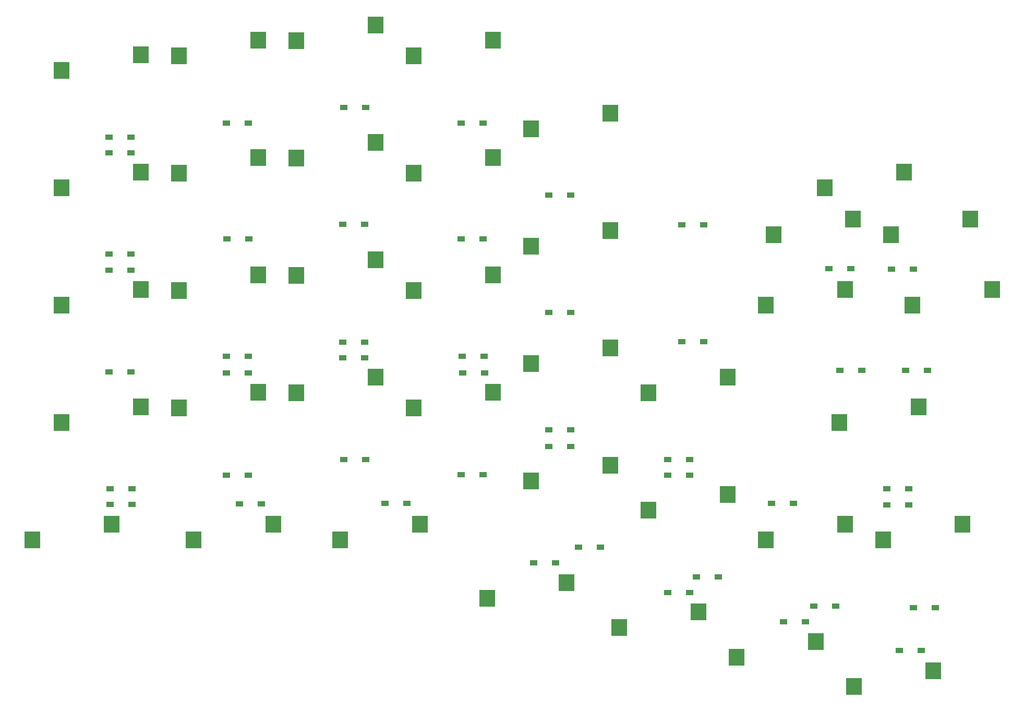
<source format=gbp>
G04 #@! TF.GenerationSoftware,KiCad,Pcbnew,(5.1.5-0-10_14)*
G04 #@! TF.CreationDate,2020-05-14T06:03:50+09:00*
G04 #@! TF.ProjectId,Colice,436f6c69-6365-42e6-9b69-6361645f7063,rev?*
G04 #@! TF.SameCoordinates,Original*
G04 #@! TF.FileFunction,Paste,Bot*
G04 #@! TF.FilePolarity,Positive*
%FSLAX46Y46*%
G04 Gerber Fmt 4.6, Leading zero omitted, Abs format (unit mm)*
G04 Created by KiCad (PCBNEW (5.1.5-0-10_14)) date 2020-05-14 06:03:50*
%MOMM*%
%LPD*%
G04 APERTURE LIST*
%ADD10R,2.550000X2.800000*%
%ADD11R,1.300000X0.950000*%
G04 APERTURE END LIST*
D10*
X239453750Y-69374020D03*
X252353750Y-66834020D03*
X104833750Y-42703680D03*
X117733750Y-40163680D03*
X233421250Y-142716860D03*
X246321250Y-140176860D03*
X241558750Y-59214020D03*
X228658750Y-61754020D03*
D11*
X221999000Y-132207000D03*
X225549000Y-132207000D03*
D10*
X214371251Y-137954340D03*
X227271250Y-135414340D03*
X255846250Y-78264100D03*
X242946250Y-80804100D03*
X219133750Y-80804100D03*
X232033750Y-78264100D03*
D11*
X234693000Y-91440000D03*
X231143000Y-91440000D03*
X205489000Y-86741000D03*
X209039000Y-86741000D03*
D10*
X195321251Y-133191820D03*
X208221250Y-130651820D03*
D11*
X183899000Y-62992000D03*
X187449000Y-62992000D03*
X229365000Y-74930000D03*
X232915000Y-74930000D03*
X205489000Y-67818000D03*
X209039000Y-67818000D03*
X203203000Y-105918000D03*
X206753000Y-105918000D03*
X207902000Y-124968000D03*
X211452000Y-124968000D03*
X203203000Y-127508000D03*
X206753000Y-127508000D03*
X183899000Y-82042000D03*
X187449000Y-82042000D03*
X183899000Y-101092000D03*
X187449000Y-101092000D03*
X188725000Y-120142000D03*
X192275000Y-120142000D03*
X169675000Y-51308000D03*
X173225000Y-51308000D03*
X169675000Y-70104000D03*
X173225000Y-70104000D03*
X169865500Y-89154000D03*
X173415500Y-89154000D03*
X169675000Y-108378630D03*
X173225000Y-108378630D03*
X157356000Y-113030000D03*
X160906000Y-113030000D03*
X150625000Y-48768000D03*
X154175000Y-48768000D03*
X150498000Y-67691000D03*
X154048000Y-67691000D03*
X150498000Y-86868000D03*
X154048000Y-86868000D03*
X150625000Y-105918000D03*
X154175000Y-105918000D03*
X133734000Y-113109850D03*
X137284000Y-113109850D03*
X131575000Y-51308000D03*
X135125000Y-51308000D03*
X131702000Y-70104000D03*
X135252000Y-70104000D03*
X131575000Y-89154000D03*
X135125000Y-89154000D03*
X131575000Y-108458000D03*
X135125000Y-108458000D03*
X112525000Y-53594000D03*
X116075000Y-53594000D03*
X112525000Y-72517000D03*
X116075000Y-72517000D03*
X112525000Y-91694000D03*
X116075000Y-91694000D03*
X112715500Y-110664630D03*
X116265500Y-110664630D03*
X112715500Y-113157000D03*
X116265500Y-113157000D03*
D10*
X200083750Y-95091660D03*
X212983750Y-92551660D03*
X200083750Y-114141740D03*
X212983750Y-111601740D03*
X181033750Y-90328690D03*
X193933750Y-87788690D03*
X181033750Y-109378690D03*
X193933750Y-106838690D03*
X174883750Y-37782430D03*
X161983750Y-40322430D03*
X174883750Y-56832430D03*
X161983750Y-59372430D03*
X174883750Y-75882430D03*
X161983750Y-78422430D03*
X174883750Y-94932430D03*
X161983750Y-97472430D03*
X162977500Y-116364260D03*
X150077500Y-118904260D03*
X155833750Y-35401180D03*
X142933750Y-37941180D03*
X155833750Y-54451180D03*
X142933750Y-56991180D03*
X155833750Y-73501180D03*
X142933750Y-76041180D03*
X155833750Y-92551180D03*
X142933750Y-95091180D03*
X139165000Y-116364260D03*
X126265000Y-118904260D03*
X123883750Y-40322430D03*
X136783750Y-37782430D03*
X123883750Y-59372430D03*
X136783750Y-56832430D03*
X123883750Y-78422430D03*
X136783750Y-75882430D03*
X123883750Y-97472430D03*
X136783750Y-94932430D03*
X104833750Y-61753680D03*
X117733750Y-59213680D03*
X104833750Y-80803680D03*
X117733750Y-78263680D03*
X104833750Y-99853680D03*
X117733750Y-97313680D03*
X100071250Y-118904260D03*
X112971250Y-116364260D03*
X193933750Y-49688690D03*
X181033750Y-52228690D03*
X181033750Y-71278690D03*
X193933750Y-68738690D03*
D11*
X241811000Y-91440000D03*
X245361000Y-91440000D03*
X244345000Y-136906000D03*
X240795000Y-136906000D03*
X238763000Y-110617000D03*
X242313000Y-110617000D03*
X230502000Y-129667000D03*
X226952000Y-129667000D03*
X181486000Y-122682000D03*
X185036000Y-122682000D03*
D10*
X243940000Y-97314180D03*
X231040000Y-99854180D03*
X219133750Y-118904260D03*
X232033750Y-116364260D03*
X186790000Y-125889300D03*
X173890000Y-128429300D03*
D11*
X116075000Y-75184000D03*
X112525000Y-75184000D03*
X112525000Y-56134000D03*
X116075000Y-56134000D03*
X131575000Y-91821000D03*
X135125000Y-91821000D03*
X242313000Y-113284000D03*
X238763000Y-113284000D03*
X246631000Y-129921000D03*
X243081000Y-129921000D03*
X220094000Y-113030000D03*
X223644000Y-113030000D03*
X154048000Y-89408000D03*
X150498000Y-89408000D03*
X169929000Y-91821000D03*
X173479000Y-91821000D03*
X187449000Y-103759000D03*
X183899000Y-103759000D03*
X203203000Y-108458000D03*
X206753000Y-108458000D03*
D10*
X251083750Y-116364260D03*
X238183750Y-118904260D03*
D11*
X243075000Y-75009690D03*
X239525000Y-75009690D03*
D10*
X233303750Y-66834020D03*
X220403750Y-69374020D03*
M02*

</source>
